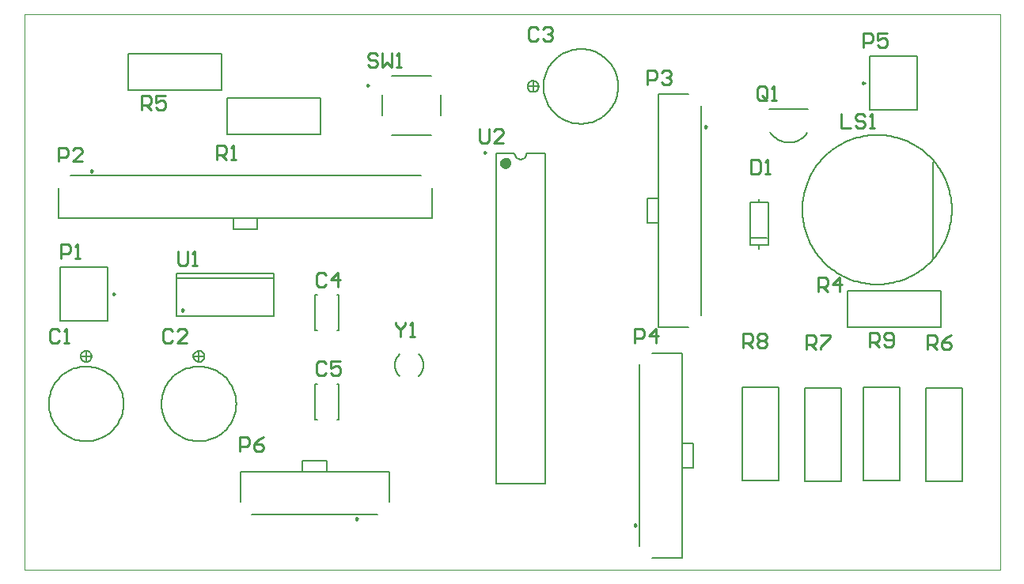
<source format=gto>
G04*
G04 #@! TF.GenerationSoftware,Altium Limited,Altium Designer,21.2.2 (38)*
G04*
G04 Layer_Color=65535*
%FSLAX25Y25*%
%MOIN*%
G70*
G04*
G04 #@! TF.SameCoordinates,D0C09C63-79EA-4D83-9DA0-2B2549F26A19*
G04*
G04*
G04 #@! TF.FilePolarity,Positive*
G04*
G01*
G75*
%ADD10C,0.00591*%
%ADD11C,0.00984*%
%ADD12C,0.00787*%
%ADD13C,0.02362*%
%ADD14C,0.01000*%
%ADD15C,0.00004*%
D10*
X548153Y356000D02*
X548138Y356999D01*
X548090Y357998D01*
X548011Y358994D01*
X547900Y359987D01*
X547758Y360976D01*
X547584Y361961D01*
X547380Y362939D01*
X547144Y363910D01*
X546878Y364874D01*
X546581Y365828D01*
X546254Y366772D01*
X545897Y367706D01*
X545511Y368628D01*
X545096Y369537D01*
X544652Y370432D01*
X544180Y371313D01*
X543681Y372179D01*
X543154Y373028D01*
X542600Y373860D01*
X542020Y374674D01*
X541415Y375470D01*
X540785Y376245D01*
X540130Y377001D01*
X539452Y377735D01*
X538751Y378447D01*
X538028Y379137D01*
X537283Y379803D01*
X536517Y380446D01*
X535732Y381063D01*
X534927Y381656D01*
X534104Y382223D01*
X533263Y382763D01*
X532406Y383276D01*
X531532Y383762D01*
X530644Y384220D01*
X529741Y384650D01*
X528826Y385051D01*
X527898Y385422D01*
X526959Y385764D01*
X526009Y386076D01*
X525050Y386357D01*
X524083Y386608D01*
X523108Y386828D01*
X522127Y387018D01*
X521140Y387175D01*
X520148Y387302D01*
X519153Y387397D01*
X518156Y387460D01*
X517157Y387492D01*
X516158D01*
X515159Y387460D01*
X514161Y387397D01*
X513167Y387302D01*
X512175Y387175D01*
X511188Y387018D01*
X510207Y386828D01*
X509232Y386608D01*
X508265Y386357D01*
X507306Y386076D01*
X506356Y385764D01*
X505417Y385422D01*
X504489Y385051D01*
X503574Y384650D01*
X502671Y384220D01*
X501783Y383762D01*
X500909Y383276D01*
X500052Y382763D01*
X499211Y382223D01*
X498388Y381656D01*
X497583Y381063D01*
X496798Y380446D01*
X496032Y379803D01*
X495287Y379137D01*
X494564Y378447D01*
X493863Y377735D01*
X493185Y377001D01*
X492530Y376245D01*
X491900Y375470D01*
X491295Y374674D01*
X490715Y373860D01*
X490161Y373028D01*
X489634Y372179D01*
X489135Y371313D01*
X488663Y370432D01*
X488219Y369537D01*
X487804Y368628D01*
X487418Y367706D01*
X487061Y366772D01*
X486734Y365828D01*
X486437Y364874D01*
X486171Y363910D01*
X485935Y362939D01*
X485731Y361961D01*
X485557Y360977D01*
X485415Y359987D01*
X485304Y358994D01*
X485225Y357998D01*
X485177Y356999D01*
X485161Y356000D01*
X485177Y355001D01*
X485225Y354002D01*
X485304Y353006D01*
X485415Y352013D01*
X485557Y351024D01*
X485731Y350039D01*
X485935Y349061D01*
X486171Y348090D01*
X486437Y347127D01*
X486734Y346172D01*
X487061Y345228D01*
X487418Y344294D01*
X487804Y343372D01*
X488219Y342463D01*
X488663Y341568D01*
X489135Y340687D01*
X489634Y339821D01*
X490161Y338972D01*
X490715Y338140D01*
X491295Y337326D01*
X491900Y336530D01*
X492530Y335755D01*
X493185Y334999D01*
X493863Y334265D01*
X494564Y333553D01*
X495287Y332863D01*
X496032Y332197D01*
X496797Y331555D01*
X497583Y330937D01*
X498388Y330344D01*
X499211Y329777D01*
X500052Y329237D01*
X500909Y328724D01*
X501783Y328238D01*
X502671Y327780D01*
X503573Y327350D01*
X504489Y326950D01*
X505417Y326578D01*
X506356Y326236D01*
X507305Y325924D01*
X508264Y325643D01*
X509232Y325392D01*
X510207Y325172D01*
X511188Y324983D01*
X512175Y324825D01*
X513166Y324698D01*
X514161Y324603D01*
X515159Y324540D01*
X516157Y324508D01*
X517157Y324508D01*
X518156Y324540D01*
X519153Y324603D01*
X520148Y324698D01*
X521140Y324825D01*
X522126Y324982D01*
X523108Y325171D01*
X524083Y325392D01*
X525050Y325643D01*
X526009Y325924D01*
X526959Y326236D01*
X527898Y326578D01*
X528826Y326949D01*
X529741Y327350D01*
X530644Y327780D01*
X531532Y328238D01*
X532405Y328724D01*
X533263Y329237D01*
X534103Y329777D01*
X534927Y330344D01*
X535732Y330937D01*
X536517Y331554D01*
X537283Y332197D01*
X538028Y332863D01*
X538751Y333553D01*
X539452Y334265D01*
X540130Y334999D01*
X540785Y335754D01*
X541415Y336530D01*
X542020Y337326D01*
X542600Y338140D01*
X543153Y338972D01*
X543680Y339821D01*
X544180Y340686D01*
X544652Y341567D01*
X545096Y342463D01*
X545511Y343372D01*
X545897Y344294D01*
X546254Y345227D01*
X546581Y346172D01*
X546878Y347126D01*
X547144Y348090D01*
X547380Y349061D01*
X547584Y350039D01*
X547758Y351023D01*
X547900Y352012D01*
X548011Y353006D01*
X548090Y354002D01*
X548138Y355000D01*
X548153Y356000D01*
D11*
X224579Y313669D02*
X223840Y314095D01*
Y313243D01*
X224579Y313669D01*
X415162Y222878D02*
X414423Y223304D01*
Y222452D01*
X415162Y222878D01*
X297992Y225669D02*
X297254Y226096D01*
Y225243D01*
X297992Y225669D01*
X195551Y320500D02*
X194813Y320926D01*
Y320074D01*
X195551Y320500D01*
X351992Y380118D02*
X351254Y380544D01*
Y379692D01*
X351992Y380118D01*
X511433Y409500D02*
X510695Y409926D01*
Y409074D01*
X511433Y409500D01*
X302606Y408465D02*
X301868Y408891D01*
Y408038D01*
X302606Y408465D01*
X186126Y372331D02*
X185388Y372757D01*
Y371904D01*
X186126Y372331D01*
X444823Y391055D02*
X444085Y391481D01*
Y390629D01*
X444823Y391055D01*
D12*
X407638Y408000D02*
X407606Y408999D01*
X407511Y409994D01*
X407353Y410980D01*
X407133Y411955D01*
X406851Y412914D01*
X406510Y413853D01*
X406109Y414768D01*
X405651Y415657D01*
X405138Y416514D01*
X404571Y417337D01*
X403954Y418123D01*
X403287Y418867D01*
X402575Y419568D01*
X401820Y420223D01*
X401024Y420828D01*
X400192Y421382D01*
X399327Y421881D01*
X398432Y422325D01*
X397510Y422711D01*
X396566Y423038D01*
X395602Y423304D01*
X394624Y423509D01*
X393635Y423651D01*
X392639Y423730D01*
X391640Y423746D01*
X390642Y423699D01*
X389649Y423588D01*
X388665Y423414D01*
X387693Y423179D01*
X386739Y422882D01*
X385806Y422525D01*
X384897Y422110D01*
X384016Y421638D01*
X383167Y421111D01*
X382353Y420532D01*
X381577Y419902D01*
X380843Y419223D01*
X380153Y418500D01*
X379511Y417735D01*
X378919Y416930D01*
X378378Y416089D01*
X377892Y415216D01*
X377463Y414314D01*
X377092Y413386D01*
X376780Y412437D01*
X376529Y411470D01*
X376340Y410488D01*
X376213Y409497D01*
X376150Y408500D01*
Y407500D01*
X376213Y406503D01*
X376340Y405512D01*
X376529Y404530D01*
X376780Y403563D01*
X377091Y402614D01*
X377463Y401686D01*
X377892Y400784D01*
X378378Y399911D01*
X378919Y399070D01*
X379511Y398265D01*
X380153Y397500D01*
X380843Y396777D01*
X381577Y396098D01*
X382353Y395468D01*
X383167Y394889D01*
X384016Y394362D01*
X384897Y393890D01*
X385806Y393475D01*
X386739Y393118D01*
X387693Y392821D01*
X388665Y392586D01*
X389649Y392412D01*
X390642Y392302D01*
X391640Y392254D01*
X392639Y392270D01*
X393635Y392349D01*
X394624Y392491D01*
X395602Y392696D01*
X396566Y392962D01*
X397510Y393289D01*
X398432Y393675D01*
X399327Y394119D01*
X400192Y394619D01*
X401024Y395172D01*
X401820Y395777D01*
X402575Y396432D01*
X403287Y397133D01*
X403953Y397877D01*
X404571Y398663D01*
X405138Y399486D01*
X405651Y400343D01*
X406109Y401231D01*
X406510Y402147D01*
X406851Y403086D01*
X407133Y404045D01*
X407353Y405020D01*
X407511Y406006D01*
X407606Y407001D01*
X407638Y408000D01*
X374173Y408000D02*
X373969Y408961D01*
X373392Y409756D01*
X372541Y410247D01*
X371564Y410349D01*
X370630Y410046D01*
X369900Y409388D01*
X369500Y408491D01*
Y407509D01*
X369900Y406611D01*
X370630Y405954D01*
X371564Y405651D01*
X372541Y405753D01*
X373392Y406245D01*
X373969Y407039D01*
X374173Y408000D01*
X323460Y285857D02*
X324195Y286601D01*
X324791Y287460D01*
X325232Y288407D01*
X325505Y289417D01*
X325602Y290458D01*
X325520Y291500D01*
X325261Y292513D01*
X324833Y293466D01*
X324248Y294333D01*
X323524Y295088D01*
X315476Y295048D02*
X314752Y294294D01*
X314167Y293427D01*
X313739Y292474D01*
X313480Y291461D01*
X313398Y290418D01*
X313494Y289377D01*
X313768Y288368D01*
X314209Y287420D01*
X314806Y286562D01*
X315540Y285818D01*
X233362Y294189D02*
X233158Y295150D01*
X232581Y295944D01*
X231730Y296436D01*
X230753Y296538D01*
X229819Y296235D01*
X229089Y295577D01*
X228689Y294680D01*
Y293698D01*
X229089Y292800D01*
X229819Y292143D01*
X230753Y291840D01*
X231730Y291942D01*
X232581Y292434D01*
X233158Y293228D01*
X233362Y294189D01*
X246748Y274110D02*
X246716Y275109D01*
X246621Y276104D01*
X246463Y277091D01*
X246243Y278065D01*
X245962Y279024D01*
X245620Y279963D01*
X245219Y280879D01*
X244761Y281767D01*
X244248Y282624D01*
X243681Y283447D01*
X243064Y284233D01*
X242397Y284978D01*
X241685Y285679D01*
X240930Y286333D01*
X240135Y286938D01*
X239303Y287492D01*
X238437Y287991D01*
X237542Y288435D01*
X236620Y288821D01*
X235676Y289148D01*
X234713Y289414D01*
X233735Y289619D01*
X232746Y289761D01*
X231749Y289840D01*
X230750Y289856D01*
X229752Y289809D01*
X228759Y289698D01*
X227775Y289524D01*
X226804Y289289D01*
X225849Y288992D01*
X224916Y288635D01*
X224007Y288220D01*
X223126Y287748D01*
X222277Y287222D01*
X221463Y286642D01*
X220687Y286012D01*
X219953Y285334D01*
X219264Y284611D01*
X218621Y283845D01*
X218029Y283040D01*
X217489Y282200D01*
X217003Y281326D01*
X216573Y280424D01*
X216202Y279496D01*
X215890Y278547D01*
X215639Y277580D01*
X215450Y276599D01*
X215323Y275607D01*
X215260Y274610D01*
Y273611D01*
X215323Y272613D01*
X215450Y271622D01*
X215639Y270641D01*
X215890Y269673D01*
X216202Y268724D01*
X216573Y267796D01*
X217003Y266894D01*
X217489Y266021D01*
X218029Y265180D01*
X218621Y264375D01*
X219264Y263610D01*
X219953Y262887D01*
X220687Y262209D01*
X221463Y261578D01*
X222277Y260999D01*
X223126Y260472D01*
X224007Y260000D01*
X224916Y259585D01*
X225849Y259228D01*
X226804Y258932D01*
X227775Y258696D01*
X228759Y258523D01*
X229752Y258412D01*
X230750Y258364D01*
X231749Y258380D01*
X232746Y258459D01*
X233735Y258601D01*
X234713Y258806D01*
X235676Y259072D01*
X236620Y259399D01*
X237542Y259785D01*
X238437Y260229D01*
X239303Y260729D01*
X240135Y261282D01*
X240930Y261887D01*
X241685Y262542D01*
X242397Y263243D01*
X243064Y263988D01*
X243681Y264773D01*
X244248Y265596D01*
X244761Y266454D01*
X245219Y267342D01*
X245620Y268257D01*
X245962Y269196D01*
X246243Y270155D01*
X246463Y271130D01*
X246621Y272117D01*
X246716Y273111D01*
X246748Y274110D01*
X185862Y294189D02*
X185658Y295150D01*
X185081Y295944D01*
X184230Y296436D01*
X183253Y296538D01*
X182319Y296235D01*
X181589Y295577D01*
X181189Y294680D01*
Y293698D01*
X181589Y292800D01*
X182319Y292143D01*
X183253Y291840D01*
X184230Y291942D01*
X185081Y292434D01*
X185658Y293228D01*
X185862Y294189D01*
X199248Y274110D02*
X199216Y275109D01*
X199121Y276104D01*
X198963Y277091D01*
X198743Y278065D01*
X198462Y279024D01*
X198120Y279963D01*
X197719Y280879D01*
X197261Y281767D01*
X196748Y282624D01*
X196181Y283447D01*
X195564Y284233D01*
X194897Y284978D01*
X194185Y285679D01*
X193430Y286333D01*
X192635Y286938D01*
X191803Y287492D01*
X190937Y287991D01*
X190042Y288435D01*
X189120Y288821D01*
X188176Y289148D01*
X187213Y289414D01*
X186235Y289619D01*
X185246Y289761D01*
X184249Y289840D01*
X183250Y289856D01*
X182252Y289809D01*
X181259Y289698D01*
X180275Y289524D01*
X179304Y289289D01*
X178349Y288992D01*
X177416Y288635D01*
X176507Y288220D01*
X175626Y287748D01*
X174777Y287222D01*
X173963Y286642D01*
X173187Y286012D01*
X172453Y285334D01*
X171764Y284611D01*
X171121Y283845D01*
X170529Y283040D01*
X169989Y282200D01*
X169503Y281326D01*
X169073Y280424D01*
X168702Y279496D01*
X168390Y278547D01*
X168139Y277580D01*
X167950Y276599D01*
X167823Y275607D01*
X167760Y274610D01*
Y273611D01*
X167823Y272613D01*
X167950Y271622D01*
X168139Y270641D01*
X168390Y269673D01*
X168702Y268724D01*
X169073Y267796D01*
X169503Y266894D01*
X169989Y266021D01*
X170529Y265180D01*
X171121Y264375D01*
X171764Y263610D01*
X172453Y262887D01*
X173187Y262209D01*
X173963Y261578D01*
X174777Y260999D01*
X175626Y260472D01*
X176507Y260000D01*
X177416Y259585D01*
X178349Y259228D01*
X179304Y258932D01*
X180275Y258696D01*
X181259Y258523D01*
X182252Y258412D01*
X183250Y258364D01*
X184249Y258380D01*
X185246Y258459D01*
X186235Y258601D01*
X187213Y258806D01*
X188176Y259072D01*
X189120Y259399D01*
X190042Y259785D01*
X190937Y260229D01*
X191803Y260729D01*
X192635Y261282D01*
X193430Y261887D01*
X194185Y262542D01*
X194897Y263243D01*
X195564Y263988D01*
X196181Y264773D01*
X196748Y265596D01*
X197261Y266454D01*
X197719Y267342D01*
X198120Y268257D01*
X198462Y269196D01*
X198743Y270155D01*
X198963Y271130D01*
X199121Y272117D01*
X199216Y273111D01*
X199248Y274110D01*
X364000Y379685D02*
X364190Y378728D01*
X364732Y377917D01*
X365543Y377375D01*
X366500Y377185D01*
X367457Y377375D01*
X368268Y377917D01*
X368810Y378728D01*
X369000Y379685D01*
X471452Y388894D02*
X472005Y388086D01*
X472639Y387338D01*
X473348Y386661D01*
X474123Y386061D01*
X474956Y385545D01*
X475838Y385118D01*
X476760Y384785D01*
X477711Y384549D01*
X478682Y384414D01*
X479661Y384379D01*
X480639Y384447D01*
X481604Y384616D01*
X482547Y384884D01*
X483457Y385248D01*
X484324Y385705D01*
X485139Y386250D01*
X485892Y386876D01*
X486577Y387577D01*
X487186Y388345D01*
X540279Y335921D02*
Y376079D01*
X504315Y306323D02*
Y321677D01*
X543685Y306323D02*
Y321677D01*
X504315Y306323D02*
X543685D01*
X504315Y321677D02*
X543685D01*
X526177Y241815D02*
Y281185D01*
X510823Y241815D02*
Y281185D01*
Y241815D02*
X526177D01*
X510823Y281185D02*
X526177D01*
X242787Y403177D02*
X282157D01*
X242787Y387823D02*
X282157D01*
Y403177D01*
X242787Y387823D02*
Y403177D01*
X201315Y421677D02*
X240685D01*
X201315Y406323D02*
X240685D01*
Y421677D01*
X201315Y406323D02*
Y421677D01*
X221528Y329221D02*
X262472D01*
Y311110D02*
Y329221D01*
X221528Y311110D02*
X262472D01*
X221528D02*
Y329221D01*
X221528Y327252D02*
X262472D01*
X434394Y209295D02*
Y295516D01*
X421913Y209295D02*
X434394D01*
X421913Y295516D02*
X434394D01*
X416598Y214000D02*
Y290811D01*
X434394Y247287D02*
X439118D01*
Y257524D01*
X434394D02*
X439118D01*
X274665Y245394D02*
Y250118D01*
X284902D01*
Y245394D02*
Y250118D01*
X253189Y227598D02*
X306378D01*
X248484Y232913D02*
Y245394D01*
X311083Y232913D02*
Y245394D01*
X248484D02*
X311083D01*
X369843Y408000D02*
X373780D01*
X371811Y406032D02*
Y409969D01*
X229031Y294189D02*
X232968D01*
X231000Y292220D02*
Y296158D01*
X280000Y305000D02*
X280866D01*
X280000Y320000D02*
X280866D01*
X289134D02*
X290000D01*
X289134Y305000D02*
X290000D01*
X280000D02*
Y320000D01*
X290000Y305000D02*
Y320000D01*
X172500Y309083D02*
Y331917D01*
X192500D01*
X172500Y309083D02*
X192500D01*
Y331917D01*
X280000Y267500D02*
X280866D01*
X280000Y282500D02*
X280866D01*
X289134D02*
X290000D01*
X289134Y267500D02*
X290000D01*
X280000D02*
Y282500D01*
X290000Y267500D02*
Y282500D01*
X181532Y294189D02*
X185468D01*
X183500Y292220D02*
Y296158D01*
X356067Y240315D02*
X376933D01*
X369000Y379685D02*
X376933D01*
X356067D02*
X364000D01*
X376933Y240315D02*
Y379685D01*
X356067Y240315D02*
Y379685D01*
X467000Y358976D02*
Y360551D01*
Y339449D02*
Y341024D01*
X463634Y344094D02*
X470366D01*
X463240Y341024D02*
X470760D01*
Y358976D01*
X463240D02*
X470760D01*
X463240Y341024D02*
Y358976D01*
X533500Y398083D02*
Y420917D01*
X513500Y398083D02*
X533500D01*
X513500Y420917D02*
X533500D01*
X513500Y398083D02*
Y420917D01*
X537323Y280713D02*
X552677D01*
X537323Y241342D02*
X552677D01*
X537323D02*
Y280713D01*
X552677Y241342D02*
Y280713D01*
X471370Y398630D02*
X487630D01*
X308118Y395650D02*
Y404350D01*
X312213Y387618D02*
X328787D01*
X332882Y395650D02*
Y404350D01*
X312213Y412382D02*
X328787D01*
X245476Y347882D02*
Y352606D01*
Y347882D02*
X255713D01*
Y352606D01*
X172051D02*
X329138D01*
X172051D02*
Y365087D01*
X329138Y352606D02*
Y365087D01*
X176756Y370402D02*
X324433D01*
X442402Y311311D02*
Y399933D01*
X424606Y306606D02*
X437087D01*
X424606Y404638D02*
X437087D01*
X424606Y306606D02*
Y404638D01*
X419882Y360740D02*
X424606D01*
X419882Y350504D02*
Y360740D01*
Y350504D02*
X424606D01*
X459823Y281185D02*
X475177D01*
X459823Y241815D02*
X475177D01*
X459823D02*
Y281185D01*
X475177Y241815D02*
Y281185D01*
X486323Y280685D02*
X501677D01*
X486323Y241315D02*
X501677D01*
X486323D02*
Y280685D01*
X501677Y241315D02*
Y280685D01*
D13*
X361185Y375748D02*
X360740Y376672D01*
X359741Y376900D01*
X358940Y376260D01*
Y375236D01*
X359741Y374597D01*
X360740Y374825D01*
X361185Y375748D01*
D14*
X248383Y253996D02*
Y259994D01*
X251382D01*
X252382Y258995D01*
Y256995D01*
X251382Y255995D01*
X248383D01*
X258380Y259994D02*
X256381Y258995D01*
X254381Y256995D01*
Y254996D01*
X255381Y253996D01*
X257380D01*
X258380Y254996D01*
Y255995D01*
X257380Y256995D01*
X254381D01*
X314050Y308548D02*
Y307548D01*
X316049Y305549D01*
X318049Y307548D01*
Y308548D01*
X316049Y305549D02*
Y302550D01*
X320048D02*
X322047D01*
X321048D01*
Y308548D01*
X320048Y307548D01*
X349150Y390148D02*
Y385150D01*
X350150Y384150D01*
X352149D01*
X353149Y385150D01*
Y390148D01*
X359147Y384150D02*
X355148D01*
X359147Y388149D01*
Y389148D01*
X358147Y390148D01*
X356148D01*
X355148Y389148D01*
X222100Y338598D02*
Y333600D01*
X223100Y332600D01*
X225099D01*
X226099Y333600D01*
Y338598D01*
X228098Y332600D02*
X230097D01*
X229098D01*
Y338598D01*
X228098Y337598D01*
X306149Y421148D02*
X305149Y422148D01*
X303150D01*
X302150Y421148D01*
Y420149D01*
X303150Y419149D01*
X305149D01*
X306149Y418149D01*
Y417150D01*
X305149Y416150D01*
X303150D01*
X302150Y417150D01*
X308148Y422148D02*
Y416150D01*
X310147Y418149D01*
X312147Y416150D01*
Y422148D01*
X314146Y416150D02*
X316145D01*
X315146D01*
Y422148D01*
X314146Y421148D01*
X513502Y298001D02*
Y303999D01*
X516501D01*
X517500Y302999D01*
Y301000D01*
X516501Y300000D01*
X513502D01*
X515501D02*
X517500Y298001D01*
X519500Y299001D02*
X520499Y298001D01*
X522499D01*
X523498Y299001D01*
Y302999D01*
X522499Y303999D01*
X520499D01*
X519500Y302999D01*
Y302000D01*
X520499Y301000D01*
X523498D01*
X460350Y297650D02*
Y303648D01*
X463349D01*
X464349Y302648D01*
Y300649D01*
X463349Y299649D01*
X460350D01*
X462349D02*
X464349Y297650D01*
X466348Y302648D02*
X467348Y303648D01*
X469347D01*
X470347Y302648D01*
Y301649D01*
X469347Y300649D01*
X470347Y299649D01*
Y298650D01*
X469347Y297650D01*
X467348D01*
X466348Y298650D01*
Y299649D01*
X467348Y300649D01*
X466348Y301649D01*
Y302648D01*
X467348Y300649D02*
X469347D01*
X486850Y297150D02*
Y303148D01*
X489849D01*
X490849Y302148D01*
Y300149D01*
X489849Y299149D01*
X486850D01*
X488849D02*
X490849Y297150D01*
X492848Y303148D02*
X496847D01*
Y302148D01*
X492848Y298150D01*
Y297150D01*
X537850Y297178D02*
Y303176D01*
X540849D01*
X541849Y302176D01*
Y300177D01*
X540849Y299177D01*
X537850D01*
X539849D02*
X541849Y297178D01*
X547847Y303176D02*
X545847Y302176D01*
X543848Y300177D01*
Y298177D01*
X544848Y297178D01*
X546847D01*
X547847Y298177D01*
Y299177D01*
X546847Y300177D01*
X543848D01*
X207002Y398001D02*
Y403999D01*
X210001D01*
X211000Y402999D01*
Y401000D01*
X210001Y400000D01*
X207002D01*
X209001D02*
X211000Y398001D01*
X216998Y403999D02*
X213000D01*
Y401000D01*
X214999Y402000D01*
X215999D01*
X216998Y401000D01*
Y399001D01*
X215999Y398001D01*
X213999D01*
X213000Y399001D01*
X492002Y321501D02*
Y327499D01*
X495001D01*
X496000Y326499D01*
Y324500D01*
X495001Y323500D01*
X492002D01*
X494001D02*
X496000Y321501D01*
X500999D02*
Y327499D01*
X498000Y324500D01*
X501998D01*
X238501Y377001D02*
Y382999D01*
X241500D01*
X242500Y381999D01*
Y380000D01*
X241500Y379000D01*
X238501D01*
X240501D02*
X242500Y377001D01*
X244499D02*
X246499D01*
X245499D01*
Y382999D01*
X244499Y381999D01*
X470199Y403100D02*
Y407098D01*
X469199Y408098D01*
X467200D01*
X466200Y407098D01*
Y403100D01*
X467200Y402100D01*
X469199D01*
X468199Y404099D02*
X470199Y402100D01*
X469199D02*
X470199Y403100D01*
X472198Y402100D02*
X474197D01*
X473198D01*
Y408098D01*
X472198Y407098D01*
X510950Y424450D02*
Y430448D01*
X513949D01*
X514949Y429448D01*
Y427449D01*
X513949Y426449D01*
X510950D01*
X520947Y430448D02*
X516948D01*
Y427449D01*
X518947Y428449D01*
X519947D01*
X520947Y427449D01*
Y425450D01*
X519947Y424450D01*
X517948D01*
X516948Y425450D01*
X414700Y299678D02*
Y305676D01*
X417699D01*
X418699Y304676D01*
Y302677D01*
X417699Y301677D01*
X414700D01*
X423697Y299678D02*
Y305676D01*
X420698Y302677D01*
X424697D01*
X420000Y408755D02*
Y414753D01*
X422999D01*
X423999Y413754D01*
Y411754D01*
X422999Y410754D01*
X420000D01*
X425998Y413754D02*
X426998Y414753D01*
X428997D01*
X429997Y413754D01*
Y412754D01*
X428997Y411754D01*
X427997D01*
X428997D01*
X429997Y410754D01*
Y409755D01*
X428997Y408755D01*
X426998D01*
X425998Y409755D01*
X171878Y376300D02*
Y382298D01*
X174877D01*
X175877Y381298D01*
Y379299D01*
X174877Y378299D01*
X171878D01*
X181875Y376300D02*
X177876D01*
X181875Y380299D01*
Y381298D01*
X180875Y382298D01*
X178876D01*
X177876Y381298D01*
X173000Y335400D02*
Y341398D01*
X175999D01*
X176999Y340398D01*
Y338399D01*
X175999Y337399D01*
X173000D01*
X178998Y335400D02*
X180997D01*
X179998D01*
Y341398D01*
X178998Y340398D01*
X501502Y396499D02*
Y390501D01*
X505501D01*
X511499Y395499D02*
X510499Y396499D01*
X508500D01*
X507500Y395499D01*
Y394500D01*
X508500Y393500D01*
X510499D01*
X511499Y392500D01*
Y391501D01*
X510499Y390501D01*
X508500D01*
X507500Y391501D01*
X513498Y390501D02*
X515498D01*
X514498D01*
Y396499D01*
X513498Y395499D01*
X463450Y377148D02*
Y371150D01*
X466449D01*
X467449Y372150D01*
Y376148D01*
X466449Y377148D01*
X463450D01*
X469448Y371150D02*
X471447D01*
X470448D01*
Y377148D01*
X469448Y376148D01*
X284499Y291098D02*
X283499Y292098D01*
X281500D01*
X280500Y291098D01*
Y287100D01*
X281500Y286100D01*
X283499D01*
X284499Y287100D01*
X290497Y292098D02*
X286498D01*
Y289099D01*
X288497Y290099D01*
X289497D01*
X290497Y289099D01*
Y287100D01*
X289497Y286100D01*
X287498D01*
X286498Y287100D01*
X284499Y328598D02*
X283499Y329598D01*
X281500D01*
X280500Y328598D01*
Y324600D01*
X281500Y323600D01*
X283499D01*
X284499Y324600D01*
X289497Y323600D02*
Y329598D01*
X286498Y326599D01*
X290497D01*
X374039Y432248D02*
X373039Y433248D01*
X371039D01*
X370040Y432248D01*
Y428250D01*
X371039Y427250D01*
X373039D01*
X374039Y428250D01*
X376038Y432248D02*
X377038Y433248D01*
X379037D01*
X380036Y432248D01*
Y431249D01*
X379037Y430249D01*
X378037D01*
X379037D01*
X380036Y429249D01*
Y428250D01*
X379037Y427250D01*
X377038D01*
X376038Y428250D01*
X219799Y304919D02*
X218799Y305919D01*
X216800D01*
X215800Y304919D01*
Y300920D01*
X216800Y299921D01*
X218799D01*
X219799Y300920D01*
X225797Y299921D02*
X221798D01*
X225797Y303919D01*
Y304919D01*
X224797Y305919D01*
X222798D01*
X221798Y304919D01*
X172299Y304898D02*
X171299Y305898D01*
X169300D01*
X168300Y304898D01*
Y300900D01*
X169300Y299900D01*
X171299D01*
X172299Y300900D01*
X174298Y299900D02*
X176297D01*
X175298D01*
Y305898D01*
X174298Y304898D01*
D15*
X157500Y438500D02*
X568500D01*
Y204000D02*
Y438500D01*
X157500Y204000D02*
X568500D01*
X157500D02*
Y438500D01*
M02*

</source>
